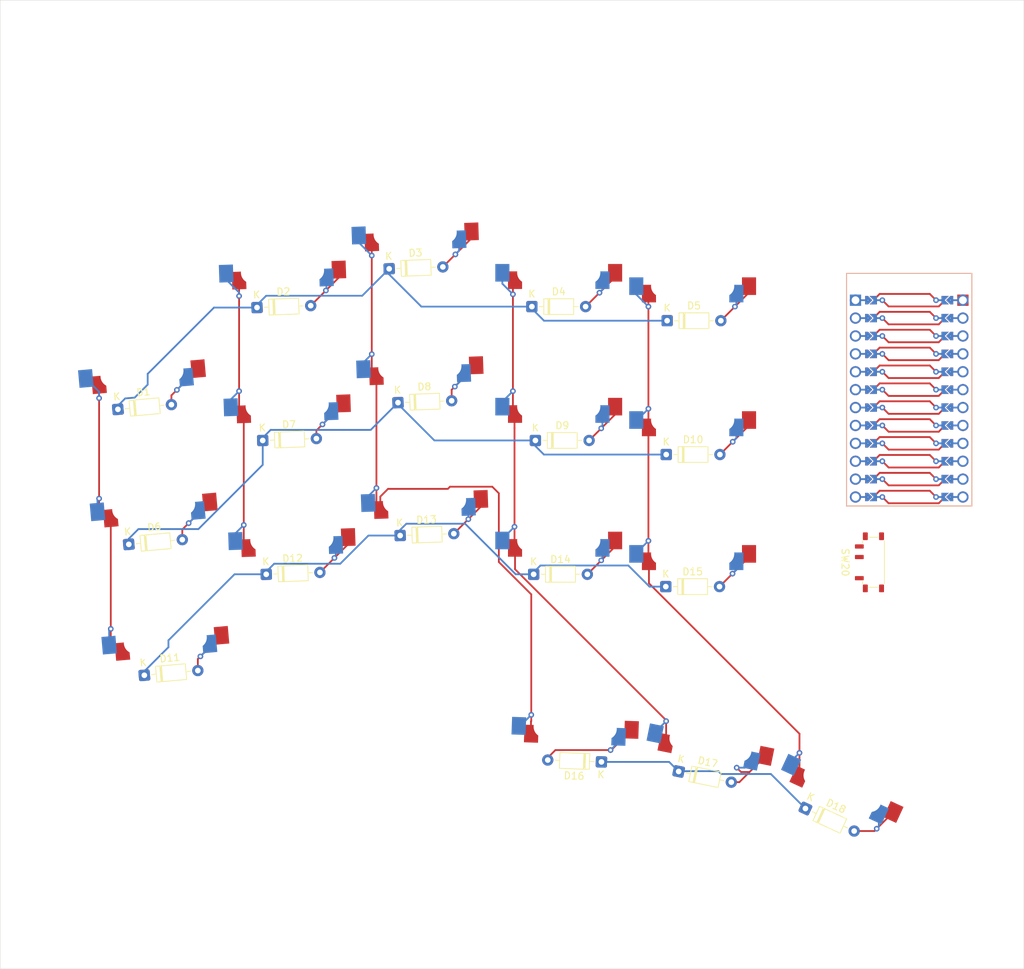
<source format=kicad_pcb>
(kicad_pcb (version 20241229) (generator "pcbnew") (generator_version "9.0")
  (title_block (title "spark") (rev "0.0.2") (company "auryn"))
  (layers (0 "F.Cu" signal) (2 "B.Cu" signal) (13 "F.Paste" user) (15 "B.Paste" user) (5 "F.SilkS" user "F.Silkscreen") (7 "B.SilkS" user "B.Silkscreen") (1 "F.Mask" user) (3 "B.Mask" user) (25 "Edge.Cuts" user))
  (net 0 "")
  (net 1 "Row1")
  (net 2 "Net-(D1-A)")
  (net 3 "Net-(D2-A)")
  (net 4 "Net-(D3-A)")
  (net 5 "Net-(D4-A)")
  (net 6 "Net-(D5-A)")
  (net 7 "Net-(D6-A)")
  (net 8 "Row2")
  (net 9 "Net-(D7-A)")
  (net 10 "Net-(D8-A)")
  (net 11 "Net-(D9-A)")
  (net 12 "Net-(D10-A)")
  (net 13 "Net-(D11-A)")
  (net 14 "Row3")
  (net 15 "Net-(D12-A)")
  (net 16 "Net-(D13-A)")
  (net 17 "Net-(D14-A)")
  (net 18 "Net-(D15-A)")
  (net 19 "Net-(D16-A)")
  (net 20 "Row4")
  (net 21 "Net-(D17-A)")
  (net 22 "Net-(D18-A)")
  (net 23 "Col1")
  (net 24 "Col2")
  (net 25 "Col3")
  (net 26 "Col5")
  (net 27 "Col4")
  (footprint "Diode_THT:D_DO-35_SOD27_P7.62mm_Horizontal" (layer "F.Cu") (at 126.69 140.25)
    (property "Reference" "D14")
    (property "Value" "1N4148")
  )
  (footprint "Diode_THT:D_DO-35_SOD27_P7.62mm_Horizontal" (layer "F.Cu") (at 126.94 121.25)
    (property "Reference" "D9")
    (property "Value" "1N4148")
  )
  (footprint "KiCAD_Stuff:ProMicro_jumpable" (layer "F.Cu") (at 177.434 114.548 -90)
    (property "Reference" "U1" (hide yes))
    (property "Value" "SuperMini nRF52840" (hide yes))
  )
  (footprint "Diode_THT:D_DO-35_SOD27_P7.62mm_Horizontal" (layer "F.Cu") (at 145.63 104.25)
    (property "Reference" "D5")
    (property "Value" "1N4148")
  )
  (footprint "Diode_THT:D_DO-35_SOD27_P7.62mm_Horizontal" (layer "F.Cu") (at 69.25 136 5)
    (property "Reference" "D6")
    (property "Value" "1N4148")
  )
  (footprint "PCM_marbastlib-various:SW_MSK12C02-HB" (layer "F.Cu") (at 174.9 138.55 -90)
    (property "Reference" "SW20")
    (property "Value" "Reset Switch")
  )
  (footprint "Diode_THT:D_DO-35_SOD27_P7.62mm_Horizontal" (layer "F.Cu") (at 126.44 102.25)
    (property "Reference" "D4")
    (property "Value" "1N4148")
  )
  (footprint "Diode_THT:D_DO-35_SOD27_P7.62mm_Horizontal" (layer "F.Cu") (at 145.5 123.25)
    (property "Reference" "D10")
    (property "Value" "1N4148")
  )
  (footprint "Diode_THT:D_DO-35_SOD27_P7.62mm_Horizontal" (layer "F.Cu") (at 165.25 173.5 -24.8)
    (property "Reference" "D18")
    (property "Value" "1N4148")
  )
  (footprint "Diode_THT:D_DO-35_SOD27_P7.62mm_Horizontal" (layer "F.Cu") (at 88.25 121.25 2)
    (property "Reference" "D7")
    (property "Value" "1N4148")
  )
  (footprint "Diode_THT:D_DO-35_SOD27_P7.62mm_Horizontal" (layer "F.Cu") (at 87.442321 102.382967 2)
    (property "Reference" "D2")
    (property "Value" "1N4148")
  )
  (footprint "Diode_THT:D_DO-35_SOD27_P7.62mm_Horizontal" (layer "F.Cu") (at 147.266487 168.240408 -11.5)
    (property "Reference" "D17")
    (property "Value" "1N4148")
  )
  (footprint "Diode_THT:D_DO-35_SOD27_P7.62mm_Horizontal" (layer "F.Cu") (at 106.192321 96.882967 2)
    (property "Reference" "D3")
    (property "Value" "1N4148")
  )
  (footprint "Diode_THT:D_DO-35_SOD27_P7.62mm_Horizontal" (layer "F.Cu") (at 67.704498 116.832064 5)
    (property "Reference" "D1")
    (property "Value" "1N4148")
  )
  (footprint "Diode_THT:D_DO-35_SOD27_P7.62mm_Horizontal" (layer "F.Cu") (at 107.442321 115.882967 2)
    (property "Reference" "D8")
    (property "Value" "1N4148")
  )
  (footprint "Diode_THT:D_DO-35_SOD27_P7.62mm_Horizontal" (layer "F.Cu") (at 88.75 140.25 2)
    (property "Reference" "D12")
    (property "Value" "1N4148")
  )
  (footprint "Diode_THT:D_DO-35_SOD27_P7.62mm_Horizontal" (layer "F.Cu") (at 107.75 134.75 2)
    (property "Reference" "D13")
    (property "Value" "1N4148")
  )
  (footprint "Diode_THT:D_DO-35_SOD27_P7.62mm_Horizontal" (layer "F.Cu") (at 71.454498 154.582064 5)
    (property "Reference" "D11")
    (property "Value" "1N4148")
  )
  (footprint "Diode_THT:D_DO-35_SOD27_P7.62mm_Horizontal" (layer "F.Cu") (at 136.307679 166.882967 178)
    (property "Reference" "D16")
    (property "Value" "1N4148")
  )
  (footprint "Diode_THT:D_DO-35_SOD27_P7.62mm_Horizontal" (layer "F.Cu") (at 145.44 142)
    (property "Reference" "D15")
    (property "Value" "1N4148")
  )
  (footprint "KiCAD_Stuff:KS-27_KS-33_Hotswap_1U_DUAL" (layer "B.Cu") (at 130.25 111.75 180)
    (property "Reference" "SW9")
    (property "Value" "SW_Push_45deg" (hide yes))
  )
  (footprint "KiCAD_Stuff:KS-27_KS-33_Hotswap_1U_DUAL" (layer "B.Cu") (at 172.447196 166.372038 155.2)
    (property "Reference" "SW18")
    (property "Value" "SW_Push_45deg" (hide yes))
  )
  (footprint "KiCAD_Stuff:KS-27_KS-33_Hotswap_1U_DUAL" (layer "B.Cu") (at 111.042755 125.14691 -178)
    (property "Reference" "SW13")
    (property "Value" "SW_Push_45deg" (hide yes))
  )
  (footprint "KiCAD_Stuff:KS-27_KS-33_Hotswap_1U_DUAL" (layer "B.Cu") (at 109.716574 87.170059 -178)
    (property "Reference" "SW3")
    (property "Value" "SW_Push_45deg" (hide yes))
  )
  (footprint "KiCAD_Stuff:KS-27_KS-33_Hotswap_1U_DUAL" (layer "B.Cu") (at 110.379664 106.158485 -178)
    (property "Reference" "SW8")
    (property "Value" "SW_Push_45deg" (hide yes))
  )
  (footprint "KiCAD_Stuff:KS-27_KS-33_Hotswap_1U_DUAL" (layer "B.Cu") (at 74.023341 144.927744 -175)
    (property "Reference" "SW11")
    (property "Value" "SW_Push_45deg" (hide yes))
  )
  (footprint "KiCAD_Stuff:KS-27_KS-33_Hotswap_1U_DUAL" (layer "B.Cu") (at 149.25 132.65 180)
    (property "Reference" "SW15")
    (property "Value" "SW_Push_45deg" (hide yes))
  )
  (footprint "KiCAD_Stuff:KS-27_KS-33_Hotswap_1U_DUAL" (layer "B.Cu") (at 72.367382 126.000045 -175)
    (property "Reference" "SW6")
    (property "Value" "SW_Push_45deg" (hide yes))
  )
  (footprint "KiCAD_Stuff:KS-27_KS-33_Hotswap_1U_DUAL" (layer "B.Cu") (at 149.25 113.65 180)
    (property "Reference" "SW10")
    (property "Value" "SW_Push_45deg" (hide yes))
  )
  (footprint "KiCAD_Stuff:KS-27_KS-33_Hotswap_1U_DUAL" (layer "B.Cu") (at 149.25 94.65 180)
    (property "Reference" "SW5")
    (property "Value" "SW_Push_45deg" (hide yes))
  )
  (footprint "KiCAD_Stuff:KS-27_KS-33_Hotswap_1U_DUAL" (layer "B.Cu") (at 92.220102 130.557107 -178)
    (property "Reference" "SW12")
    (property "Value" "SW_Push_45deg" (hide yes))
  )
  (footprint "KiCAD_Stuff:KS-27_KS-33_Hotswap_1U_DUAL" (layer "B.Cu") (at 130.25 92.75 180)
    (property "Reference" "SW4")
    (property "Value" "SW_Push_45deg" (hide yes))
  )
  (footprint "KiCAD_Stuff:KS-27_KS-33_Hotswap_1U_DUAL" (layer "B.Cu") (at 152.708754 159.823372 168.5)
    (property "Reference" "SW17")
    (property "Value" "SW_Push_45deg" (hide yes))
  )
  (footprint "KiCAD_Stuff:KS-27_KS-33_Hotswap_1U_DUAL" (layer "B.Cu") (at 90.893921 92.580256 -178)
    (property "Reference" "SW2")
    (property "Value" "SW_Push_45deg" (hide yes))
  )
  (footprint "KiCAD_Stuff:KS-27_KS-33_Hotswap_1U_DUAL" (layer "B.Cu") (at 91.557011 111.568681 -178)
    (property "Reference" "SW7")
    (property "Value" "SW_Push_45deg" (hide yes))
  )
  (footprint "KiCAD_Stuff:KS-27_KS-33_Hotswap_1U_DUAL" (layer "B.Cu") (at 130.25 130.75 180)
    (property "Reference" "SW14")
    (property "Value" "SW_Push_45deg" (hide yes))
  )
  (footprint "KiCAD_Stuff:KS-27_KS-33_Hotswap_1U_DUAL" (layer "B.Cu") (at 132.75 157.35 178)
    (property "Reference" "SW16")
    (property "Value" "SW_Push_45deg" (hide yes))
  )
  (footprint "KiCAD_Stuff:KS-27_KS-33_Hotswap_1U_DUAL" (layer "B.Cu") (at 70.711423 107.072345 -175)
    (property "Reference" "SW1")
    (property "Value" "SW_Push_45deg" (hide yes))
  )
  (gr_rect (start 51 58.75) (end 196.25 196.25) (stroke (width 0.05)) (fill no) (layer "Edge.Cuts"))
  (segment (start 71.926675 111.796795) (end 71.926675 113.323325) (width 0.25) (layer "B.Cu") (net 1))
  (segment (start 81.340503 102.382967) (end 71.926675 111.796795) (width 0.25) (layer "B.Cu") (net 1))
  (segment (start 87.442321 102.007525) (end 87.442321 102.382967) (width 0.25) (layer "B.Cu") (net 1))
  (segment (start 102.37219 100.703098) (end 88.746748 100.703098) (width 0.25) (layer "B.Cu") (net 1))
  (segment (start 106.192321 97.683455) (end 106.192321 96.882967) (width 0.25) (layer "B.Cu") (net 1))
  (segment (start 126.44 102.25) (end 126.44 102.534257) (width 0.25) (layer "B.Cu") (net 1))
  (segment (start 126.44 102.534257) (end 128.155743 104.25) (width 0.25) (layer "B.Cu") (net 1))
  (segment (start 71.926675 113.323325) (end 70.082529 115.167471) (width 0.25) (layer "B.Cu") (net 1))
  (segment (start 126.44 102.25) (end 110.758866 102.25) (width 0.25) (layer "B.Cu") (net 1))
  (segment (start 88.746748 100.703098) (end 87.442321 102.007525) (width 0.25) (layer "B.Cu") (net 1))
  (segment (start 87.442321 102.382967) (end 81.340503 102.382967) (width 0.25) (layer "B.Cu") (net 1))
  (segment (start 67.704498 116.320738) (end 67.704498 116.832064) (width 0.25) (layer "B.Cu") (net 1))
  (segment (start 110.758866 102.25) (end 106.192321 97.683455) (width 0.25) (layer "B.Cu") (net 1))
  (segment (start 70.082529 115.167471) (end 68.740339 115.284897) (width 0.25) (layer "B.Cu") (net 1))
  (segment (start 106.192321 96.882967) (end 102.37219 100.703098) (width 0.25) (layer "B.Cu") (net 1))
  (segment (start 128.155743 104.25) (end 145.63 104.25) (width 0.25) (layer "B.Cu") (net 1))
  (segment (start 68.740339 115.284897) (end 67.704498 116.320738) (width 0.25) (layer "B.Cu") (net 1))
  (segment (start 76.073913 114.073913) (end 79.090613 111.057214) (width 0.25) (layer "F.Cu") (net 2))
  (segment (start 75.295502 114.852325) (end 76.073913 114.073913) (width 0.25) (layer "F.Cu") (net 2))
  (segment (start 75.295502 116.167937) (end 75.295502 114.852325) (width 0.25) (layer "F.Cu") (net 2))
  (via (at 76.073913 114.073913) (size 0.8) (drill 0.4) (layers "F.Cu" "B.Cu") (net 2))
  (segment (start 77.388976 112.75885) (end 76.073913 114.073913) (width 0.25) (layer "B.Cu") (net 2))
  (segment (start 77.388976 112.260099) (end 77.388976 112.75885) (width 0.25) (layer "B.Cu") (net 2))
  (segment (start 99.053075 98.121637) (end 99.053075 96.998197) (width 0.25) (layer "F.Cu") (net 3))
  (segment (start 95.057679 102.117033) (end 97.212356 99.962356) (width 0.25) (layer "F.Cu") (net 3))
  (segment (start 97.212356 99.962356) (end 99.053075 98.121637) (width 0.25) (layer "F.Cu") (net 3))
  (via (at 97.212356 99.962356) (size 0.8) (drill 0.4) (layers "F.Cu" "B.Cu") (net 3))
  (segment (start 97.290816 99.883896) (end 97.212356 99.962356) (width 0.25) (layer "B.Cu") (net 3))
  (segment (start 97.290816 98.110376) (end 97.290816 99.883896) (width 0.25) (layer "B.Cu") (net 3))
  (segment (start 117.875728 92.548984) (end 115.587356 94.837356) (width 0.25) (layer "F.Cu") (net 4))
  (segment (start 115.587356 94.837356) (end 113.807679 96.617033) (width 0.25) (layer "F.Cu") (net 4))
  (segment (start 117.875728 91.588) (end 117.875728 92.548984) (width 0.25) (layer "F.Cu") (net 4))
  (via (at 115.587356 94.837356) (size 0.8) (drill 0.4) (layers "F.Cu" "B.Cu") (net 4))
  (segment (start 116.113469 94.311243) (end 115.587356 94.837356) (width 0.25) (layer "B.Cu") (net 4))
  (segment (start 116.113469 92.700179) (end 116.113469 94.311243) (width 0.25) (layer "B.Cu") (net 4))
  (segment (start 134.06 102.25) (end 136.03 100.28) (width 0.25) (layer "F.Cu") (net 5))
  (segment (start 136.03 100.28) (end 138.25 98.06) (width 0.25) (layer "F.Cu") (net 5))
  (segment (start 138.25 98.06) (end 138.25 97.45) (width 0.25) (layer "F.Cu") (net 5))
  (via (at 136.03 100.28) (size 0.8) (drill 0.4) (layers "F.Cu" "B.Cu") (net 5))
  (segment (start 136.45 98.5) (end 136.45 99.86) (width 0.25) (layer "B.Cu") (net 5))
  (segment (start 136.45 99.86) (end 136.03 100.28) (width 0.25) (layer "B.Cu") (net 5))
  (segment (start 155.25 102.25) (end 157.25 100.25) (width 0.25) (layer "F.Cu") (net 6))
  (segment (start 157.25 100.25) (end 157.25 99.35) (width 0.25) (layer "F.Cu") (net 6))
  (segment (start 153.25 104.25) (end 155.25 102.25) (width 0.25) (layer "F.Cu") (net 6))
  (via (at 155.25 102.25) (size 0.8) (drill 0.4) (layers "F.Cu" "B.Cu") (net 6))
  (segment (start 155.45 100.4) (end 155.45 102.05) (width 0.25) (layer "B.Cu") (net 6))
  (segment (start 155.45 102.05) (end 155.25 102.25) (width 0.25) (layer "B.Cu") (net 6))
  (segment (start 77.740743 132.990743) (end 80.746572 129.984914) (width 0.25) (layer "F.Cu") (net 7))
  (segment (start 76.841004 135.335873) (end 76.841004 133.890482) (width 0.25) (layer "F.Cu") (net 7))
  (segment (start 76.841004 133.890482) (end 77.740743 132.990743) (width 0.25) (layer "F.Cu") (net 7))
  (via (at 77.740743 132.990743) (size 0.8) (drill 0.4) (layers "F.Cu" "B.Cu") (net 7))
  (segment (start 79.044935 131.187799) (end 79.044935 131.686551) (width 0.25) (layer "B.Cu") (net 7))
  (segment (start 79.044935 131.686551) (end 77.740743 132.990743) (width 0.25) (layer "B.Cu") (net 7))
  (segment (start 126.94 122.05) (end 128.14 123.25) (width 0.25) (layer "B.Cu") (net 8))
  (segment (start 70.616175 133.830769) (end 69.25 135.196944) (width 0.25) (layer "B.Cu") (net 8))
  (segment (start 126.94 121.25) (end 126.94 122.05) (width 0.25) (layer "B.Cu") (net 8))
  (segment (start 88.25 124.706994) (end 79.126225 133.830769) (width 0.25) (layer "B.Cu") (net 8))
  (segment (start 103.575288 119.75) (end 107.442321 115.882967) (width 0.25) (layer "B.Cu") (net 8))
  (segment (start 107.442321 115.882967) (end 107.442321 116.083911) (width 0.25) (layer "B.Cu") (net 8))
  (segment (start 112.60841 121.25) (end 126.94 121.25) (width 0.25) (layer "B.Cu") (net 8))
  (segment (start 128.14 123.25) (end 145.5 123.25) (width 0.25) (layer "B.Cu") (net 8))
  (segment (start 107.442321 116.083911) (end 112.60841 121.25) (width 0.25) (layer "B.Cu") (net 8))
  (segment (start 69.25 135.196944) (end 69.25 136) (width 0.25) (layer "B.Cu") (net 8))
  (segment (start 88.25 120.874558) (end 89.374558 119.75) (width 0.25) (layer "B.Cu") (net 8))
  (segment (start 88.25 121.25) (end 88.25 120.874558) (width 0.25) (layer "B.Cu") (net 8))
  (segment (start 89.374558 119.75) (end 103.575288 119.75) (width 0.25) (layer "B.Cu") (net 8))
  (segment (start 88.25 121.25) (end 88.25 124.706994) (width 0.25) (layer "B.Cu") (net 8))
  (segment (start 79.126225 133.830769) (end 70.616175 133.830769) (width 0.25) (layer "B.Cu") (net 8))
  (segment (start 95.865358 119.837429) (end 96.726393 118.976393) (width 0.25) (layer "F.Cu") (net 9))
  (segment (start 96.726393 118.976393) (end 99.716165 115.986622) (width 0.25) (layer "F.Cu") (net 9))
  (segment (start 95.865358 120.984066) (end 95.865358 119.837429) (width 0.25) (layer "F.Cu") (net 9))
  (via (at 96.726393 118.976393) (size 0.8) (drill 0.4) (layers "F.Cu" "B.Cu") (net 9))
  (segment (start 97.953906 117.098801) (end 97.953906 117.74888) (width 0.25) (layer "B.Cu") (net 9))
  (segment (start 97.953906 117.74888) (end 96.726393 118.976393) (width 0.25) (layer "B.Cu") (net 9))
  (segment (start 115.507622 113.607622) (end 118.538818 110.576426) (width 0.25) (layer "F.Cu") (net 10))
  (segment (start 115.057679 114.057565) (end 115.507622 113.607622) (width 0.25) (layer "F.Cu") (net 10))
  (segment (start 115.057679 115.617033) (end 115.057679 114.057565) (width 0.25) (layer "F.Cu") (net 10))
  (via (at 115.507622 113.607622) (size 0.8) (drill 0.4) (layers "F.Cu" "B.Cu") (net 10))
  (segment (start 116.776559 111.688605) (end 116.776559 112.338685) (width 0.25) (layer "B.Cu") (net 10))
  (segment (start 116.776559 112.338685) (end 115.507622 113.607622) (width 0.25) (layer "B.Cu") (net 10))
  (segment (start 134.56 121.25) (end 136.28 119.53) (width 0.25) (layer "F.Cu") (net 11))
  (segment (start 136.28 119.53) (end 138.25 117.56) (width 0.25) (layer "F.Cu") (net 11))
  (segment (start 138.25 117.56) (end 138.25 116.45) (width 0.25) (layer "F.Cu") (net 11))
  (via (at 136.28 119.53) (size 0.8) (drill 0.4) (layers "F.Cu" "B.Cu") (net 11))
  (segment (start 136.45 117.5) (end 136.45 119.36) (width 0.25) (layer "B.Cu") (net 11))
  (segment (start 136.45 119.36) (end 136.28 119.53) (width 0.25) (layer "B.Cu") (net 11))
  (segment (start 157.25 119.12) (end 157.25 118.35) (width 0.25) (layer "F.Cu") (net 12))
  (segment (start 153.12 123.25) (end 154.935 121.435) (width 0.25) (layer "F.Cu") (net 12))
  (segment (start 154.935 121.435) (end 157.25 119.12) (width 0.25) (layer "F.Cu") (net 12))
  (via (at 154.935 121.435) (size 0.8) (drill 0.4) (layers "F.Cu" "B.Cu") (net 12))
  (segment (start 155.45 119.4) (end 155.45 120.92) (width 0.25) (layer "B.Cu") (net 12))
  (segment (start 155.45 120.92) (end 154.935 121.435) (width 0.25) (layer "B.Cu") (net 12))
  (segment (start 79.407572 151.907572) (end 82.402531 148.912613) (width 0.25) (layer "F.Cu") (net 13))
  (segment (start 79.045502 153.917937) (end 79.045502 152.269642) (width 0.25) (layer "F.Cu") (net 13))
  (segment (start 79.045502 152.269642) (end 79.407572 151.907572) (width 0.25) (layer "F.Cu") (net 13))
  (via (at 79.407572 151.907572) (size 0.8) (drill 0.4) (layers "F.Cu" "B.Cu") (net 13))
  (segment (start 80.700894 150.115498) (end 80.700894 150.61425) (width 0.25) (layer "B.Cu") (net 13))
  (segment (start 80.700894 150.61425) (end 79.407572 151.907572) (width 0.25) (layer "B.Cu") (net 13))
  (segment (start 84.25 140.25) (end 88.75 140.25) (width 0.25) (layer "B.Cu") (net 14))
  (segment (start 126.69 140.25) (end 126.69 139.965743) (width 0.25) (layer "B.Cu") (net 14))
  (segment (start 107.75 134.75) (end 107.75 133.949512) (width 0.25) (layer "B.Cu") (net 14))
  (segment (start 126.69 139.965743) (end 127.655743 139) (width 0.25) (layer "B.Cu") (net 14))
  (segment (start 116.968131 133.070131) (end 124.148 140.25) (width 0.25) (layer "B.Cu") (net 14))
  (segment (start 143.125 142) (end 145.44 142) (width 0.25) (layer "B.Cu") (net 14))
  (segment (start 127.655743 139) (end 140.125 139) (width 0.25) (layer "B.Cu") (net 14))
  (segment (start 107.75 133.949512) (end 108.629381 133.070131) (width 0.25) (layer "B.Cu") (net 14))
  (segment (start 71.454498 154.582064) (end 71.454498 154.015415) (width 0.25) (layer "B.Cu") (net 14))
  (segment (start 124.148 140.25) (end 126.69 140.25) (width 0.25) (layer "B.Cu") (net 14))
  (segment (start 140.125 139) (end 143.125 142) (width 0.25) (layer "B.Cu") (net 14))
  (segment (start 108.629381 133.070131) (end 116.968131 133.070131) (width 0.25) (layer "B.Cu") (net 14))
  (segment (start 71.454498 154.015415) (end 74.875 150.594913) (width 0.25) (layer "B.Cu") (net 14))
  (segment (start 99.25 138.75) (end 103.25 134.75) (width 0.25) (layer "B.Cu") (net 14))
  (segment (start 88.75 140.25) (end 88.75 139.874558) (width 0.25) (layer "B.Cu") (net 14))
  (segment (start 89.874558 138.75) (end 99.25 138.75) (width 0.25) (layer "B.Cu") (net 14))
  (segment (start 74.875 150.594913) (end 74.875 149.625) (width 0.25) (layer "B.Cu") (net 14))
  (segment (start 103.25 134.75) (end 107.75 134.75) (width 0.25) (layer "B.Cu") (net 14))
  (segment (start 74.875 149.625) (end 84.25 140.25) (width 0.25) (layer "B.Cu") (net 14))
  (segment (start 88.75 139.874558) (end 89.874558 138.75) (width 0.25) (layer "B.Cu") (net 14))
  (segment (start 100.379256 135.970168) (end 100.379256 134.975048) (width 0.25) (layer "F.Cu") (net 15))
  (segment (start 98.424712 137.924712) (end 100.379256 135.970168) (width 0.25) (layer "F.Cu") (net 15))
  (segment (start 96.365358 139.984066) (end 98.424712 137.924712) (width 0.25) (layer "F.Cu") (net 15))
  (via (at 98.424712 137.924712) (size 0.8) (drill 0.4) (layers "F.Cu" "B.Cu") (net 15))
  (segment (start 98.616997 136.087227) (end 98.616997 137.732427) (width 0.25) (layer "B.Cu") (net 15))
  (segment (start 98.616997 137.732427) (end 98.424712 137.924712) (width 0.25) (layer "B.Cu") (net 15))
  (segment (start 115.365358 134.484066) (end 117.424712 132.424712) (width 0.25) (layer "F.Cu") (net 16))
  (segment (start 117.424712 132.424712) (end 119.201909 130.647515) (width 0.25) (layer "F.Cu") (net 16))
  (segment (start 119.201909 130.647515) (end 119.201909 129.564851) (width 0.25) (layer "F.Cu") (net 16))
  (via (at 117.424712 132.424712) (size 0.8) (drill 0.4) (layers "F.Cu" "B.Cu") (net 16))
  (segment (start 117.43965 130.67703) (end 117.43965 132.409774) (width 0.25) (layer "B.Cu") (net 16))
  (segment (start 117.43965 132.409774) (end 117.424712 132.424712) (width 0.25) (layer "B.Cu") (net 16))
  (segment (start 136.285 138.275) (end 138.25 136.31) (width 0.25) (layer "F.Cu") (net 17))
  (segment (start 134.31 140.25) (end 136.28 138.28) (width 0.25) (layer "F.Cu") (net 17))
  (segment (start 138.25 136.31) (end 138.25 135.45) (width 0.25) (layer "F.Cu") (net 17))
  (segment (start 136.28 138.28) (end 136.28 138.275) (width 0.25) (layer "F.Cu") (net 17))
  (segment (start 136.28 138.275) (end 136.285 138.275) (width 0.25) (layer "F.Cu") (net 17))
  (via (at 136.28 138.275) (size 0.8) (drill 0.4) (layers "F.Cu" "B.Cu") (net 17))
  (segment (start 136.45 138.105) (end 136.28 138.275) (width 0.25) (layer "B.Cu") (net 17))
  (segment (start 136.45 136.5) (end 136.45 138.105) (width 0.25) (layer "B.Cu") (net 17))
  (segment (start 154.905 140.155) (end 157.25 137.81) (width 0.25) (layer "F.Cu") (net 18))
  (segment (start 157.25 137.81) (end 157.25 137.35) (width 0.25) (layer "F.Cu") (net 18))
  (segment (start 153.06 142) (end 154.905 140.155) (width 0.25) (layer "F.Cu") (net 18))
  (via (at 154.905 140.155) (size 0.8) (drill 0.4) (layers "F.Cu" "B.Cu") (net 18))
  (segment (start 155.45 138.4) (end 155.45 139.61) (width 0.25) (layer "B.Cu") (net 18))
  (segment (start 155.45 139.61) (end 154.905 140.155) (width 0.25) (layer "B.Cu") (net 18))
  (segment (start 137.704334 165.203098) (end 140.581099 162.326333) (width 0.25) (layer "F.Cu") (net 19))
  (segment (start 129.775678 165.203098) (end 137.6 165.203098) (width 0.25) (layer "F.Cu") (net 19))
  (segment (start 128.692321 166.617033) (end 128.692321 166.286455) (width 0.25) (layer "F.Cu") (net 19))
  (segment (start 137.6 165.203098) (end 137.704334 165.203098) (width 0.25) (layer "F.Cu") (net 19))
  (segment (start 128.692321 166.286455) (end 129.775678 165.203098) (width 0.25) (layer "F.Cu") (net 19))
  (via (at 137.6 165.203098) (size 0.8) (drill 0.4) (layers "F.Cu" "B.Cu") (net 19))
  (segment (start 138.745551 164.057547) (end 137.6 165.203098) (width 0.25) (layer "B.Cu") (net 19))
  (segment (start 138.745551 163.312874) (end 138.745551 164.057547) (width 0.25) (layer "B.Cu") (net 19))
  (segment (start 152.9 168.2) (end 153.3 168.6) (width 0.25) (layer "B.Cu") (net 20))
  (segment (start 153.3 168.6) (end 160.35 168.6) (width 0.25) (layer "B.Cu") (net 20))
  (segment (start 147.306895 168.2) (end 152.9 168.2) (width 0.25) (layer "B.Cu") (net 20))
  (segment (start 136.307679 166.882967) (end 145.909046 166.882967) (width 0.25) (layer "B.Cu") (net 20))
  (segment (start 145.909046 166.882967) (end 147.266487 168.240408) (width 0.25) (layer "B.Cu") (net 20))
  (segment (start 160.35 168.6) (end 165.25 173.5) (width 0.25) (layer "B.Cu") (net 20))
  (segment (start 147.266487 168.240408) (end 147.306895 168.2) (width 0.25) (layer "B.Cu") (net 20))
  (segment (start 154.733513 169.759592) (end 155.875492 169.759592) (width 0.25) (layer "F.Cu") (net 21))
  (segment (start 157.317542 168.317542) (end 159.611122 166.023962) (width 0.25) (layer "F.Cu") (net 21))
  (segment (start 157.317542 168.317542) (end 156.117542 168.317542) (width 0.25) (layer "F.Cu") (net 21))
  (segment (start 156.117542 168.317542) (end 155.5 167.7) (width 0.25) (layer "F.Cu") (net 21))
  (segment (start 155.875492 169.759592) (end 157.317542 168.317542) (width 0.25) (layer "F.Cu") (net 21))
  (via (at 155.5 167.7) (size 0.8) (drill 0.4) (layers "F.Cu" "B.Cu") (net 21))
  (segment (start 157.637922 166.69402) (end 156.631942 167.7) (width 0.25) (layer "B.Cu") (net 21))
  (segment (start 156.631942 167.7) (end 155.5 167.7) (width 0.25) (layer "B.Cu") (net 21))
  (segment (start 175.3661 176.3661) (end 177.737991 173.994209) (width 0.25) (layer "F.Cu") (net 22))
  (segment (start 172.167264 176.696225) (end 175.035975 176.696225) (width 0.25) (layer "F.Cu") (net 22))
  (segment (start 175.035975 176.696225) (end 175.3661 176.3661) (width 0.25) (layer "F.Cu") (net 22))
  (via (at 175.3661 176.3661) (size 0.8) (drill 0.4) (layers "F.Cu" "B.Cu") (net 22))
  (segment (start 175.663567 176.068633) (end 175.3661 176.3661) (width 0.25) (layer "B.Cu") (net 22))
  (segment (start 175.663567 174.192361) (end 175.663567 176.068633) (width 0.25) (layer "B.Cu") (net 22))
  (segment (start 66.69212 148) (end 66.69212 132.26853) (width 0.25) (layer "F.Cu") (net 23))
  (segment (start 65.036161 115.25) (end 65.036161 113.34083) (width 0.25) (layer "F.Cu") (net 23))
  (segment (start 65.036161 130.612571) (end 66.69212 132.26853) (width 0.25) (layer "F.Cu") (net 23))
  (segment (start 68.348079 151.196229) (end 66.69212 149.54027) (width 0.25) (layer "F.Cu") (net 23))
  (segment (start 66.69212 149.54027) (end 66.69212 148) (width 0.25) (layer "F.Cu") (net 23))
  (segment (start 65.036161 129.5) (end 65.036161 130.612571) (width 0.25) (layer "F.Cu") (net 23))
  (segment (start 65.036161 115.25) (end 65.036161 129.5) (width 0.25) (layer "F.Cu") (net 23))
  (via (at 66.69212 148) (size 0.8) (drill 0.4) (layers "F.Cu" "B.Cu") (net 23))
  (via (at 65.036161 129.5) (size 0.8) (drill 0.4) (layers "F.Cu" "B.Cu") (net 23))
  (via (at 65.036161 115.25) (size 0.8) (drill 0.4) (layers "F.Cu" "B.Cu") (net 23))
  (segment (start 65.036161 114.33637) (end 63.151497 112.451706) (width 0.25) (layer "B.Cu") (net 23))
  (segment (start 64.807456 131.379406) (end 64.807456 129.728705) (width 0.25) (layer "B.Cu") (net 23))
  (segment (start 66.463415 150.307105) (end 66.463415 148.228705) (width 0.25) (layer "B.Cu") (net 23))
  (segment (start 66.463415 148.228705) (end 66.69212 148) (width 0.25) (layer "B.Cu") (net 23))
  (segment (start 64.807456 129.728705) (end 65.036161 129.5) (width 0.25) (layer "B.Cu") (net 23))
  (segment (start 65.036161 115.25) (end 65.036161 114.33637) (width 0.25) (layer "B.Cu") (net 23))
  (segment (start 85.56146 133.25) (end 85.56146 117.531555) (width 0.25) (layer "F.Cu") (net 24))
  (segment (start 86.224551 136.519981) (end 85.56146 135.85689) (width 0.25) (layer "F.Cu") (net 24))
  (segment (start 84.89837 100.75) (end 84.89837 98.54313) (width 0.25) (layer "F.Cu") (net 24))
  (segment (start 84.89837 114.25) (end 84.89837 100.75) (width 0.25) (layer "F.Cu") (net 24))
  (segment (start 84.89837 116.868465) (end 84.89837 114.25) (width 0.25) (layer "F.Cu") (net 24))
  (segment (start 85.56146 117.531555) (end 84.89837 116.868465) (width 0.25) (layer "F.Cu") (net 24))
  (segment (start 85.56146 135.85689) (end 85.56146 133.25) (width 0.25) (layer "F.Cu") (net 24))
  (via (at 85.56146 133.25) (size 0.8) (drill 0.4) (layers "F.Cu" "B.Cu") (net 24))
  (via (at 84.89837 100.75) (size 0.8) (drill 0.4) (layers "F.Cu" "B.Cu") (net 24))
  (via (at 84.89837 114.25) (size 0.8) (drill 0.4) (layers "F.Cu" "B.Cu") (net 24))
  (segment (start 83.062822 98.414452) (end 83.062822 97.556589) (width 0.25) (layer "B.Cu") (net 24))
  (segment (start 84.389003 134.422457) (end 85.56146 133.25) (width 0.25) (layer "B.Cu") (net 24))
  (segment (start 83.725912 115.422458) (end 84.89837 114.25) (width 0.25) (layer "B.Cu") (net 24))
  (segment (start 84.89837 100.25) (end 83.062822 98.414452) (width 0.25) (layer "B.Cu") (net 24))
  (segment (start 84.89837 100.75) (end 84.89837 100.25) (width 0.25) (layer "B.Cu") (net 24))
  (segment (start 84.389003 135.53344) (end 84.389003 134.422457) (width 0.25) (layer "B.Cu") (net 24))
  (segment (start 83.725912 116.545014) (end 83.725912 115.422458) (width 0.25) (layer "B.Cu") (net 24))
  (segment (start 105.047204 131.109784) (end 104.384113 130.446693) (width 0.25) (layer "F.Cu") (net 25))
  (segment (start 121.75 138.5) (end 126.353105 143.103105) (width 0.25) (layer "F.Cu") (net 25))
  (segment (start 103.721023 95) (end 103.721023 93.132933) (width 0.25) (layer "F.Cu") (net 25))
  (segment (start 126.353105 162.711096) (end 126.353105 162.88012) (width 0.25) (layer "F.Cu") (net 25))
  (segment (start 104.933463 129.22054) (end 106.032398 128.121605) (width 0.25) (layer "F.Cu") (net 25))
  (segment (start 103.721023 111.458269) (end 103.721023 109) (width 0.25) (layer "F.Cu") (net 25))
  (segment (start 104.384113 112.121359) (end 103.721023 111.458269) (width 0.25) (layer "F.Cu") (net 25))
  (segment (start 104.384113 130.446693) (end 104.384113 128) (width 0.25) (layer "F.Cu") (net 25))
  (segment (start 121.75 128.75) (end 121.75 138.5) (width 0.25) (layer "F.Cu") (net 25))
  (segment (start 106.032398 128.121605) (end 114.519921 128.121605) (width 0.25) (layer "F.Cu") (net 25))
  (segment (start 114.827037 127.814489) (end 120.814489 127.814489) (width 0.25) (layer "F.Cu") (net 25))
  (segment (start 103.721023 109) (end 103.721023 95) (width 0.25) (layer "F.Cu") (net 25))
  (segment (start 120.814489 127.814489) (end 121.75 128.75) (width 0.25) (layer "F.Cu") (net 25))
  (segment (start 104.384113 128) (end 104.384113 112.121359) (width 0.25) (layer "F.Cu") (net 25))
  (segment (start 126.353105 143.103105) (end 126.353105 160.2) (width 0.25) (layer "F.Cu") (net 25))
  (segment (start 105.047204 131.109784) (end 104.933463 130.996043) (width 0.25) (layer "F.Cu") (net 25))
  (segment (start 126.353105 160.2) (end 126.353105 161.076062) (width 0.25) (layer "F.Cu") (net 25))
  (segment (start 126.353105 161.076062) (end 126.312653 161.116514) (width 0.25) (layer "F.Cu") (net 25))
  (segment (start 114.519921 128.121605) (end 114.827037 127.814489) (width 0.25) (layer "F.Cu") (net 25))
  (segment (start 126.312653 162.670644) (end 126.353105 162.711096) (width 0.25) (layer "F.Cu") (net 25))
  (segment (start 104.933463 130.996043) (end 104.933463 129.22054) (width 0.25) (layer "F.Cu") (net 25))
  (segment (start 126.312653 161.116514) (end 126.312653 162.670644) (width 0.25) (layer "F.Cu") (net 25))
  (via (at 103.721023 109) (size 0.8) (drill 0.4) (layers "F.Cu" "B.Cu") (net 25))
  (via (at 126.353105 160.2) (size 0.8) (drill 0.4) (layers "F.Cu" "B.Cu") (net 25))
  (via (at 104.384113 128) (size 0.8) (drill 0.4) (layers "F.Cu" "B.Cu") (net 25))
  (via (at 103.721023 95) (size 0.8) (drill 0.4) (layers "F.Cu" "B.Cu") (net 25))
  (segment (start 101.885475 92.146392) (end 101.885475 93.164452) (width 0.25) (layer "B.Cu") (net 25))
  (segment (start 101.885475 93.164452) (end 103.721023 95) (width 0.25) (layer "B.Cu") (net 25))
  (segment (start 103.211656 129.172457) (end 104.384113 128) (width 0.25) (layer "B.Cu") (net 25))
  (segment (start 102.548565 110.172458) (end 103.721023 109) (width 0.25) (layer "B.Cu") (net 25))
  (segment (start 124.785164 161.767941) (end 126.353105 160.2) (width 0.25) (layer "B.Cu") (net 25))
  (segment (start 102.548565 111.134818) (end 102.548565 110.172458) (width 0.25) (layer "B.Cu") (net 25))
  (segment (start 124.590846 161.767941) (end 124.785164 161.767941) (width 0.25) (layer "B.Cu") (net 25))
  (segment (start 103.211656 130.123243) (end 103.211656 129.172457) (width 0.25) (layer "B.Cu") (net 25))
  (segment (start 142.974 119.324) (end 142.974 116.75) (width 0.25) (layer "F.Cu") (net 26))
  (segment (start 142.974 119.476) (end 143.05 119.4) (width 0.25) (layer "F.Cu") (net 26))
  (segment (start 143.05 138.4) (end 143.05 141.531514) (width 0.25) (layer "F.Cu") (net 26))
  (segment (start 142.974 102.25) (end 142.974 100.476) (width 0.25) (layer "F.Cu") (net 26))
  (segment (start 142.974 100.476) (end 143.05 100.4) (width 0.25) (layer "F.Cu") (net 26))
  (segment (start 142.974 135.5) (end 142.974 119.476) (width 0.25) (layer "F.Cu") (net 26))
  (segment (start 142.974 116.75) (end 142.974 102.25) (width 0.25) (layer "F.Cu") (net 26))
  (segment (start 164.407126 165.6) (end 164.407126 168.991156) (width 0.25) (layer "F.Cu") (net 26))
  (segment (start 164.407126 162.88864) (end 164.407126 165.6) (width 0.25) (layer "F.Cu") (net 26))
  (segment (start 143.05 119.4) (end 142.974 119.324) (width 0.25) (layer "F.Cu") (net 26))
  (segment (start 143.05 138.4) (end 142.974 138.324) (width 0.25) (layer "F.Cu") (net 26))
  (segment (start 142.974 138.324) (end 142.974 135.5) (width 0.25) (layer "F.Cu") (net 26))
  (segment (start 143.05 141.531514) (end 164.407126 162.88864) (width 0.25) (layer "F.Cu") (net 26))
  (via (at 142.974 102.25) (size 0.8) (drill 0.4) (layers "F.Cu" "B.Cu") (net 26))
  (via (at 142.974 135.5) (size 0.8) (drill 0.4) (layers "F.Cu" "B.Cu") (net 26))
  (via (at 164.407126 165.6) (size 0.8) (drill 0.4) (layers "F.Cu" "B.Cu") (net 26))
  (via (at 142.974 116.75) (size 0.8) (drill 0.4) (layers "F.Cu" "B.Cu") (net 26))
  (segment (start 141.25 137.35) (end 141.25 137.224) (width 0.25) (layer "B.Cu") (net 26))
  (segment (start 141.25 99.35) (end 141.25 100.526) (width 0.25) (layer "B.Cu") (net 26))
  (segment (start 141.25 137.224) (end 142.974 135.5) (width 0.25) (layer "B.Cu") (net 26))
  (segment (start 141.25 118.35) (end 141.374 118.35) (width 0.25) (layer "B.Cu") (net 26))
  (segment (start 141.374 118.35) (end 142.974 116.75) (width 0.25) (layer "B.Cu") (net 26))
  (segment (start 163.21355 166.793576) (end 164.407126 165.6) (width 0.25) (layer "B.Cu") (net 26))
  (segment (start 163.21355 167.282975) (end 163.21355 166.793576) (width 0.25) (layer "B.Cu") (net 26))
  (segment (start 141.25 100.526) (end 142.974 102.25) (width 0.25) (layer "B.Cu") (net 26))
  (segment (start 123.75 117.2) (end 123.75 114.25) (width 0.25) (layer "F.Cu") (net 27))
  (segment (start 124.05 136.5) (end 124.05 139.531514) (width 0.25) (layer "F.Cu") (net 27))
  (segment (start 123.75 114.25) (end 123.75 100.5) (width 0.25) (layer "F.Cu") (net 27))
  (segment (start 123.75 98.8) (end 124.05 98.5) (width 0.25) (layer "F.Cu") (net 27))
  (segment (start 123.75 100.5) (end 123.75 98.8) (width 0.25) (layer "F.Cu") (net 27))
  (segment (start 145.486855 161.1) (end 145.486855 164.221858) (width 0.25) (layer "F.Cu") (net 27))
  (segment (start 123.974 119.5) (end 123.974 117.576) (width 0.25) (layer "F.Cu") (net 27))
  (segment (start 124.05 139.531514) (end 145.486855 160.968369) (width 0.25) (layer "F.Cu") (net 27))
  (segment (start 123.974 117.576) (end 124.05 117.5) (width 0.25) (layer "F.Cu") (net 27))
  (segment (start 124.05 117.5) (end 123.75 117.2) (width 0.25) (layer "F.Cu") (net 27))
  (segment (start 123.974 136.424) (end 123.974 133.5) (width 0.25) (layer "F.Cu") (net 27))
  (segment (start 145.486855 160.968369) (end 145.486855 161.1) (width 0.25) (layer "F.Cu") (net 27))
  (segment (start 124.05 136.5) (end 123.974 136.424) (width 0.25) (layer "F.Cu") (net 27))
  (segment (start 123.974 133.5) (end 123.974 119.5) (width 0.25) (layer "F.Cu") (net 27))
  (via (at 145.486855 161.1) (size 0.8) (drill 0.4) (layers "F.Cu" "B.Cu") (net 27))
  (via (at 123.974 133.5) (size 0.8) (drill 0.4) (layers "F.Cu" "B.Cu") (net 27))
  (via (at 123.75 114.25) (size 0.8) (drill 0.4) (layers "F.Cu" "B.Cu") (net 27))
  (via (at 123.75 100.5) (size 0.8) (drill 0.4) (layers "F.Cu" "B.Cu") (net 27))
  (segment (start 122.25 135.45) (end 122.25 135.224) (width 0.25) (layer "B.Cu") (net 27))
  (segment (start 122.25 97.45) (end 122.25 99) (width 0.25) (layer "B.Cu") (net 27))
  (segment (start 122.25 115.75) (end 123.75 114.25) (width 0.25) (layer "B.Cu") (net 27))
  (segment (start 122.25 135.224) (end 123.974 133.5) (width 0.25) (layer "B.Cu") (net 27))
  (segment (start 122.25 116.45) (end 122.25 115.75) (width 0.25) (layer "B.Cu") (net 27))
  (segment (start 143.932327 162.654528) (end 145.486855 161.1) (width 0.25) (layer "B.Cu") (net 27))
  (segment (start 122.25 99) (end 123.75 100.5) (width 0.25) (layer "B.Cu") (net 27))
  (segment (start 143.932327 162.834075) (end 143.932327 162.654528) (width 0.25) (layer "B.Cu") (net 27))
)
</source>
